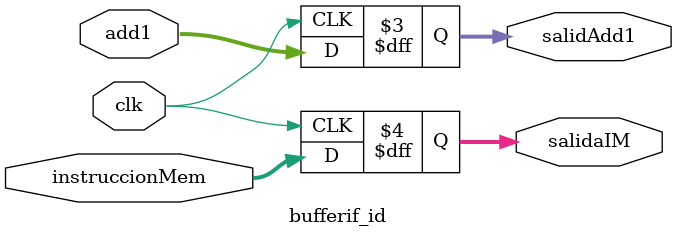
<source format=v>
`timescale 1ns/1ns // Tiempo
module bufferif_id(
	input [31:0] add1,
	input [31:0] instruccionMem,
	input clk,
	output reg [31:0] salidAdd1,
	output reg [31:0] salidaIM
);
// 2.- DEFINICIÓN DE REGISTROS Y CABLES
// 3.- CUERPO DEL MÓDULO, ASIGNACIONES
initial begin
	salidAdd1=0;
	salidaIM=0;
end
always @(posedge clk)
begin 
	salidaIM = instruccionMem;
	salidAdd1 = add1;
end
endmodule
</source>
